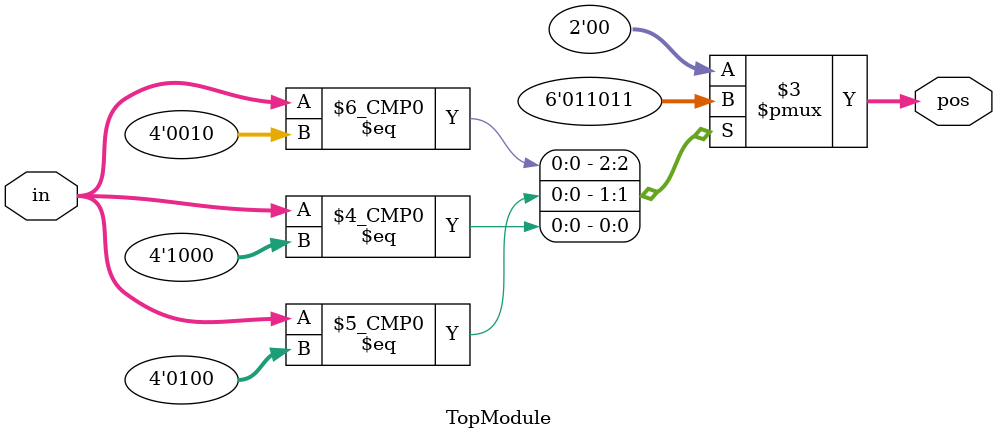
<source format=sv>
module TopModule (
    input logic [3:0] in,
    output logic [1:0] pos
);

always @(*) begin
    case (in)
        4'b0001: pos = 2'b00; // Position 0
        4'b0010: pos = 2'b01; // Position 1
        4'b0100: pos = 2'b10; // Position 2
        4'b1000: pos = 2'b11; // Position 3
        default: pos = 2'b00;  // Default case for all other inputs (including 0000)
    endcase
end

endmodule
</source>
